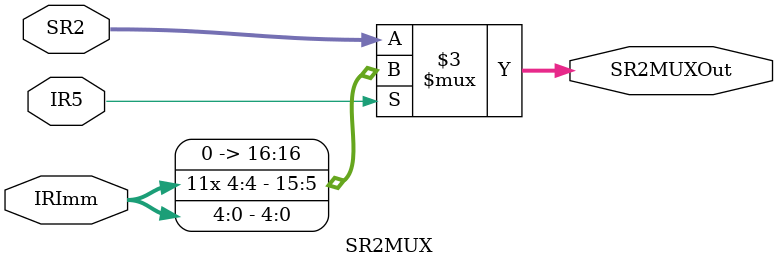
<source format=v>
module SR2MUX(
	input [4:0] IRImm,
	input [16:0] SR2,
	output reg [16:0] SR2MUXOut,
	input IR5);

	always @ (*) begin
		if (IR5)
			SR2MUXOut <= { {11{IRImm[4]}}, IRImm };
		else
			SR2MUXOut <= SR2;
	end

endmodule
</source>
